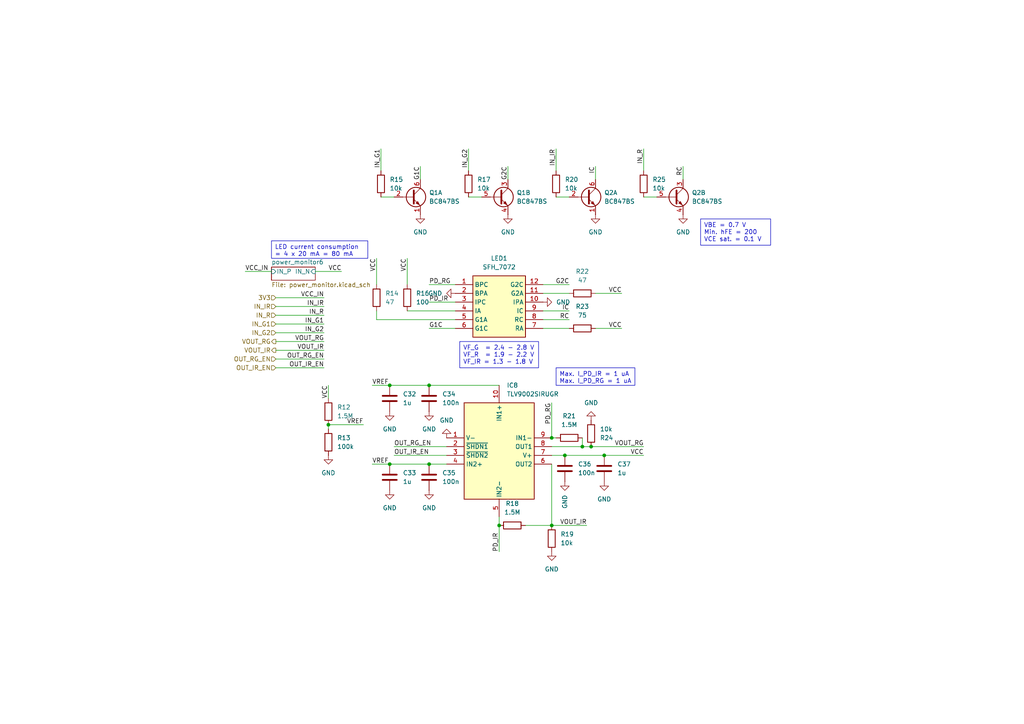
<source format=kicad_sch>
(kicad_sch (version 20231120) (generator "eeschema") (generator_version "8.0")
  (paper "A4")
  (title_block (title "Open Running Watch") (date "2024-05-13") (rev "0.1.1") (company "github.com/fuad1502/open-running-watch-hw"))
  (lib_symbols
    (symbol "Device:C" (pin_numbers hide) (pin_names (offset 0.254))
      (property "Reference" "C" (at 0.635 2.54 0))
      (property "Value" "C" (at 0.635 -2.54 0))
      (symbol "C_0_1"
        (polyline (pts (xy -2.032 -0.762) (xy 2.032 -0.762)) (stroke (width 0.508)))
        (polyline (pts (xy -2.032 0.762) (xy 2.032 0.762)) (stroke (width 0.508)))
      )
      (symbol "C_1_1"
        (pin passive line (at 0 3.81 270) (length 2.794) (name "~") (number "1"))
        (pin passive line (at 0 -3.81 90) (length 2.794) (name "~") (number "2"))
      )
    )
    (symbol "Device:R" (pin_numbers hide) (pin_names (offset 0))
      (property "Reference" "R" (at 2.032 0 90))
      (property "Value" "R" (at 0 0 90))
      (symbol "R_0_1"
        (rectangle (start -1.016 -2.54) (end 1.016 2.54) (stroke (width 0.254)))
      )
      (symbol "R_1_1"
        (pin passive line (at 0 3.81 270) (length 1.27) (name "~") (number "1"))
        (pin passive line (at 0 -3.81 90) (length 1.27) (name "~") (number "2"))
      )
    )
    (symbol "SFH_7072:SFH_7072"
      (property "Reference" "LED" (at 21.59 7.62 0))
      (property "Value" "SFH_7072" (at 21.59 5.08 0))
      (symbol "SFH_7072_1_1"
        (rectangle (start 5.08 2.54) (end 20.32 -15.24) (stroke (width 0.254)) (fill (type background)))
        (pin passive line (at 0 0 0) (length 5.08) (name "BPC") (number "1"))
        (pin passive line (at 25.4 -5.08 180) (length 5.08) (name "IPA") (number "10"))
        (pin passive line (at 25.4 -2.54 180) (length 5.08) (name "G2A") (number "11"))
        (pin passive line (at 25.4 0 180) (length 5.08) (name "G2C") (number "12"))
        (pin passive line (at 0 -2.54 0) (length 5.08) (name "BPA") (number "2"))
        (pin passive line (at 0 -5.08 0) (length 5.08) (name "IPC") (number "3"))
        (pin passive line (at 0 -7.62 0) (length 5.08) (name "IA") (number "4"))
        (pin passive line (at 0 -10.16 0) (length 5.08) (name "G1A") (number "5"))
        (pin passive line (at 0 -12.7 0) (length 5.08) (name "G1C") (number "6"))
        (pin passive line (at 25.4 -12.7 180) (length 5.08) (name "RA") (number "7"))
        (pin passive line (at 25.4 -10.16 180) (length 5.08) (name "RC") (number "8"))
        (pin passive line (at 25.4 -7.62 180) (length 5.08) (name "IC") (number "9"))
      )
    )
    (symbol "TLV9002SIRUGR:TLV9002SIRUGR"
      (property "Reference" "IC" (at 26.67 15.24 0))
      (property "Value" "TLV9002SIRUGR" (at 26.67 12.7 0))
      (symbol "TLV9002SIRUGR_1_1"
        (rectangle (start 5.08 10.16) (end 25.4 -17.78) (stroke (width 0.254)) (fill (type background)))
        (pin passive line (at 0 0 0) (length 5.08) (name "V-") (number "1"))
        (pin passive line (at 15.24 15.24 270) (length 5.08) (name "IN1+") (number "10"))
        (pin passive line (at 0 -2.54 0) (length 5.08) (name "~{SHDN1}") (number "2"))
        (pin passive line (at 0 -5.08 0) (length 5.08) (name "~{SHDN2}") (number "3"))
        (pin passive line (at 0 -7.62 0) (length 5.08) (name "IN2+") (number "4"))
        (pin passive line (at 15.24 -22.86 90) (length 5.08) (name "IN2-") (number "5"))
        (pin passive line (at 30.48 -7.62 180) (length 5.08) (name "OUT2") (number "6"))
        (pin passive line (at 30.48 -5.08 180) (length 5.08) (name "V+") (number "7"))
        (pin passive line (at 30.48 -2.54 180) (length 5.08) (name "OUT1") (number "8"))
        (pin passive line (at 30.48 0 180) (length 5.08) (name "IN1-") (number "9"))
      )
    )
    (symbol "Transistor_BJT:BC847BS" (pin_names (offset 0) hide)
      (property "Reference" "Q" (at 5.08 1.27 0))
      (property "Value" "BC847BS" (at 5.08 -1.27 0))
      (symbol "BC847BS_0_1"
        (polyline (pts (xy 0.635 0) (xy -2.54 0)))
        (polyline (pts (xy 0.635 0.635) (xy 2.54 2.54)))
        (polyline (pts (xy 0.635 -0.635) (xy 2.54 -2.54) (xy 2.54 -2.54)))
        (polyline (pts (xy 0.635 1.905) (xy 0.635 -1.905) (xy 0.635 -1.905)) (stroke (width 0.508)))
        (polyline (pts (xy 1.27 -1.778) (xy 1.778 -1.27) (xy 2.286 -2.286) (xy 1.27 -1.778) (xy 1.27 -1.778)) (fill (type outline)))
        (circle (center 1.27 0) (radius 2.8194) (stroke (width 0.254)))
      )
      (symbol "BC847BS_1_1"
        (pin passive line (at 2.54 -5.08 90) (length 2.54) (name "E1") (number "1"))
        (pin input line (at -5.08 0 0) (length 2.54) (name "B1") (number "2"))
        (pin passive line (at 2.54 5.08 270) (length 2.54) (name "C1") (number "6"))
      )
      (symbol "BC847BS_2_1"
        (pin passive line (at 2.54 5.08 270) (length 2.54) (name "C2") (number "3"))
        (pin passive line (at 2.54 -5.08 90) (length 2.54) (name "E2") (number "4"))
        (pin input line (at -5.08 0 0) (length 2.54) (name "B2") (number "5"))
      )
    )
    (symbol "power:GND" (power) (pin_numbers hide) (pin_names (offset 0) hide)
      (property "Value" "GND" (at 0 -3.81 0))
      (symbol "GND_0_1"
        (polyline (pts (xy 0 0) (xy 0 -1.27) (xy 1.27 -1.27) (xy 0 -2.54) (xy -1.27 -1.27) (xy 0 -1.27)))
      )
      (symbol "GND_1_1"
        (pin power_in line (at 0 0 270) (length 0) (name "~") (number "1"))
      )
    )
  )
  (junction (at 113.03 111.76))
  (junction (at 160.02 127))
  (junction (at 168.91 129.54))
  (junction (at 95.25 123.19))
  (junction (at 175.26 132.08))
  (junction (at 171.45 129.54))
  (junction (at 144.78 152.4))
  (junction (at 160.02 152.4))
  (junction (at 124.46 111.76))
  (junction (at 163.83 132.08))
  (junction (at 124.46 134.62))
  (junction (at 113.03 134.62))
  (wire (pts (xy 80.01 99.06) (xy 93.98 99.06)))
  (wire (pts (xy 80.01 106.68) (xy 93.98 106.68)))
  (wire (pts (xy 171.45 129.54) (xy 186.69 129.54)))
  (wire (pts (xy 109.22 74.93) (xy 109.22 82.55)))
  (wire (pts (xy 157.48 95.25) (xy 165.1 95.25)))
  (wire (pts (xy 80.01 88.9) (xy 93.98 88.9)))
  (wire (pts (xy 71.12 78.74) (xy 78.74 78.74)))
  (wire (pts (xy 152.4 152.4) (xy 160.02 152.4)))
  (wire (pts (xy 168.91 129.54) (xy 168.91 127)))
  (wire (pts (xy 118.11 90.17) (xy 132.08 90.17)))
  (wire (pts (xy 186.69 57.15) (xy 190.5 57.15)))
  (wire (pts (xy 160.02 152.4) (xy 160.02 134.62)))
  (wire (pts (xy 172.72 48.26) (xy 172.72 52.07)))
  (wire (pts (xy 95.25 123.19) (xy 105.41 123.19)))
  (wire (pts (xy 80.01 91.44) (xy 93.98 91.44)))
  (wire (pts (xy 113.03 134.62) (xy 124.46 134.62)))
  (wire (pts (xy 124.46 111.76) (xy 144.78 111.76)))
  (wire (pts (xy 110.49 57.15) (xy 114.3 57.15)))
  (wire (pts (xy 172.72 85.09) (xy 180.34 85.09)))
  (wire (pts (xy 161.29 57.15) (xy 165.1 57.15)))
  (wire (pts (xy 157.48 90.17) (xy 165.1 90.17)))
  (wire (pts (xy 124.46 95.25) (xy 132.08 95.25)))
  (wire (pts (xy 80.01 101.6) (xy 93.98 101.6)))
  (wire (pts (xy 110.49 43.18) (xy 110.49 49.53)))
  (wire (pts (xy 160.02 152.4) (xy 170.18 152.4)))
  (wire (pts (xy 157.48 92.71) (xy 165.1 92.71)))
  (wire (pts (xy 161.29 43.18) (xy 161.29 49.53)))
  (wire (pts (xy 144.78 149.86) (xy 144.78 152.4)))
  (wire (pts (xy 113.03 111.76) (xy 124.46 111.76)))
  (wire (pts (xy 186.69 43.18) (xy 186.69 49.53)))
  (wire (pts (xy 135.89 57.15) (xy 139.7 57.15)))
  (wire (pts (xy 160.02 116.84) (xy 160.02 127)))
  (wire (pts (xy 132.08 87.63) (xy 124.46 87.63)))
  (wire (pts (xy 135.89 43.18) (xy 135.89 49.53)))
  (wire (pts (xy 144.78 152.4) (xy 144.78 160.02)))
  (wire (pts (xy 160.02 129.54) (xy 168.91 129.54)))
  (wire (pts (xy 198.12 48.26) (xy 198.12 52.07)))
  (wire (pts (xy 157.48 85.09) (xy 165.1 85.09)))
  (wire (pts (xy 91.44 78.74) (xy 99.06 78.74)))
  (wire (pts (xy 163.83 132.08) (xy 175.26 132.08)))
  (wire (pts (xy 109.22 90.17) (xy 109.22 92.71)))
  (wire (pts (xy 147.32 48.26) (xy 147.32 52.07)))
  (wire (pts (xy 80.01 96.52) (xy 93.98 96.52)))
  (wire (pts (xy 114.3 129.54) (xy 129.54 129.54)))
  (wire (pts (xy 109.22 92.71) (xy 132.08 92.71)))
  (wire (pts (xy 80.01 86.36) (xy 93.98 86.36)))
  (wire (pts (xy 80.01 93.98) (xy 93.98 93.98)))
  (wire (pts (xy 172.72 95.25) (xy 180.34 95.25)))
  (wire (pts (xy 95.25 123.19) (xy 95.25 124.46)))
  (wire (pts (xy 114.3 132.08) (xy 129.54 132.08)))
  (wire (pts (xy 118.11 74.93) (xy 118.11 82.55)))
  (wire (pts (xy 95.25 111.76) (xy 95.25 115.57)))
  (wire (pts (xy 107.95 134.62) (xy 113.03 134.62)))
  (wire (pts (xy 107.95 111.76) (xy 113.03 111.76)))
  (wire (pts (xy 124.46 134.62) (xy 129.54 134.62)))
  (wire (pts (xy 161.29 127) (xy 160.02 127)))
  (wire (pts (xy 175.26 132.08) (xy 186.69 132.08)))
  (wire (pts (xy 80.01 104.14) (xy 93.98 104.14)))
  (wire (pts (xy 124.46 82.55) (xy 132.08 82.55)))
  (wire (pts (xy 157.48 82.55) (xy 165.1 82.55)))
  (wire (pts (xy 160.02 132.08) (xy 163.83 132.08)))
  (wire (pts (xy 168.91 129.54) (xy 171.45 129.54)))
  (wire (pts (xy 121.92 48.26) (xy 121.92 52.07)))
  (text_box "Max. I_PD_IR = 1 uA\nMax. I_PD_RG = 1 uA" (at 161.29 106.68 0) (size 22.86 5.08) (effects (font (size 1.27 1.27)) (justify left top)))
  (text_box "LED current consumption = 4 x 20 mA = 80 mA" (at 78.74 69.85 0) (size 27.94 5.08) (effects (font (size 1.27 1.27)) (justify left top)))
  (text_box "VF_G  = 2.4 - 2.8 V\nVF_R  = 1.9 - 2.2 V\nVF_IR = 1.3 - 1.8 V" (at 133.35 99.06 0) (size 22.86 7.62) (effects (font (size 1.27 1.27)) (justify left top)))
  (text_box "VBE = 0.7 V\nMin. hFE = 200\nVCE sat. = 0.1 V" (at 203.2 63.5 0) (size 20.32 7.62) (effects (font (size 1.27 1.27)) (justify left top)))
  (label "IN_R" (at 93.98 91.44 180))
  (label "PD_RG" (at 160.02 116.84 270))
  (label "OUT_IR_EN" (at 114.3 132.08 0))
  (label "IN_G2" (at 135.89 43.18 270))
  (label "IN_R" (at 186.69 43.18 270))
  (label "IN_IR" (at 93.98 88.9 180))
  (label "IN_G1" (at 93.98 93.98 180))
  (label "VOUT_IR" (at 93.98 101.6 180))
  (label "VREF" (at 105.41 123.19 180))
  (label "VCC" (at 118.11 74.93 270))
  (label "VCC" (at 109.22 74.93 270))
  (label "OUT_RG_EN" (at 114.3 129.54 0))
  (label "VOUT_IR" (at 170.18 152.4 180))
  (label "G2C" (at 147.32 48.26 270))
  (label "G2C" (at 165.1 82.55 180))
  (label "VCC_IN" (at 93.98 86.36 180))
  (label "G1C" (at 124.46 95.25 0))
  (label "VOUT_RG" (at 93.98 99.06 180))
  (label "IN_IR" (at 161.29 43.18 270))
  (label "VCC" (at 180.34 85.09 180))
  (label "VCC" (at 180.34 95.25 180))
  (label "OUT_RG_EN" (at 93.98 104.14 180))
  (label "PD_IR" (at 124.46 87.63 0))
  (label "G1C" (at 121.92 48.26 270))
  (label "VCC" (at 186.69 132.08 180))
  (label "VCC" (at 95.25 111.76 270))
  (label "IC" (at 165.1 90.17 180))
  (label "VREF" (at 107.95 134.62 0))
  (label "PD_IR" (at 144.78 160.02 90))
  (label "VCC" (at 99.06 78.74 180))
  (label "OUT_IR_EN" (at 93.98 106.68 180))
  (label "IN_G2" (at 93.98 96.52 180))
  (label "IN_G1" (at 110.49 43.18 270))
  (label "VREF" (at 107.95 111.76 0))
  (label "VCC_IN" (at 71.12 78.74 0))
  (label "RC" (at 165.1 92.71 180))
  (label "VOUT_RG" (at 186.69 129.54 180))
  (label "RC" (at 198.12 48.26 270))
  (label "IC" (at 172.72 48.26 270))
  (label "PD_RG" (at 124.46 82.55 0))
  (hierarchical_label "OUT_IR_EN" (shape input) (at 80.01 106.68 180))
  (hierarchical_label "IN_G1" (shape input) (at 80.01 93.98 180))
  (hierarchical_label "3V3" (shape input) (at 80.01 86.36 180))
  (hierarchical_label "IN_R" (shape input) (at 80.01 91.44 180))
  (hierarchical_label "OUT_RG_EN" (shape input) (at 80.01 104.14 180))
  (hierarchical_label "IN_G2" (shape input) (at 80.01 96.52 180))
  (hierarchical_label "VOUT_RG" (shape output) (at 80.01 99.06 180))
  (hierarchical_label "IN_IR" (shape input) (at 80.01 88.9 180))
  (hierarchical_label "VOUT_IR" (shape output) (at 80.01 101.6 180))
  (symbol (lib_id "Device:R") (at 186.69 53.34 180) (unit 1)
    (property "Reference" "R25" (at 189.23 52.0699 0) (effects (justify right)))
    (property "Value" "10k" (at 189.23 54.6099 0) (effects (justify right)))
    (property "Footprint" "Resistor_SMD:R_0402_1005Metric" (effects (hide yes)))
    (property "Description" "Resistor" (effects (hide yes)))
    (property "Manufacturer_Part_Number" "RC0402JR-0710KP" (effects (hide yes)))
  )
  (symbol (lib_id "Device:R") (at 168.91 85.09 270) (unit 1)
    (property "Reference" "R22" (at 168.91 78.74 90))
    (property "Value" "47" (at 168.91 81.28 90))
    (property "Footprint" "Resistor_SMD:R_0402_1005Metric" (effects (hide yes)))
    (property "Description" "Resistor" (effects (hide yes)))
    (property "Manufacturer_Part_Number" "RC0402JR-0747RL" (effects (hide yes)))
  )
  (symbol (lib_id "Device:C") (at 124.46 115.57 0) (unit 1)
    (property "Reference" "C34" (at 128.27 114.2999 0) (effects (justify left)))
    (property "Value" "100n" (at 128.27 116.8399 0) (effects (justify left)))
    (property "Footprint" "Capacitor_SMD:C_0402_1005Metric" (effects (hide yes)))
    (property "Description" "Unpolarized capacitor" (effects (hide yes)))
    (property "Manufacturer_Part_Number" "GRM155R71A104MA01D" (effects (hide yes)))
  )
  (symbol (lib_id "power:GND") (at 160.02 160.02 0) (unit 1)
    (property "Reference" "#PWR070" (effects (hide yes)))
    (property "Value" "GND" (at 160.02 165.1 0))
    (property "Description" "Power symbol creates a global label with name \"GND\" , ground" (effects (hide yes)))
  )
  (symbol (lib_id "power:GND") (at 132.08 85.09 270) (unit 1)
    (property "Reference" "#PWR067" (effects (hide yes)))
    (property "Value" "GND" (at 128.27 85.0899 90) (effects (justify right)))
    (property "Description" "Power symbol creates a global label with name \"GND\" , ground" (effects (hide yes)))
  )
  (symbol (lib_id "power:GND") (at 198.12 62.23 0) (unit 1)
    (property "Reference" "#PWR075" (effects (hide yes)))
    (property "Value" "GND" (at 198.12 67.31 0))
    (property "Description" "Power symbol creates a global label with name \"GND\" , ground" (effects (hide yes)))
  )
  (symbol (lib_id "Device:R") (at 168.91 95.25 270) (unit 1)
    (property "Reference" "R23" (at 168.91 88.9 90))
    (property "Value" "75" (at 168.91 91.44 90))
    (property "Footprint" "Resistor_SMD:R_0402_1005Metric" (effects (hide yes)))
    (property "Description" "Resistor" (effects (hide yes)))
    (property "Manufacturer_Part_Number" "RC0402JR-0775RL" (effects (hide yes)))
  )
  (symbol (lib_id "SFH_7072:SFH_7072") (at 132.08 82.55 0) (unit 1)
    (property "Reference" "LED1" (at 144.78 74.93 0))
    (property "Value" "SFH_7072" (at 144.78 77.47 0))
    (property "Footprint" "SFH_7072:SFH7072" (effects (hide yes)))
    (property "Datasheet" "https://www.osram.com/os/ecat/SFH%207072/com/en/class_pim_web_catalog_103489/global/prd_pim_device_2220016/" (effects (hide yes)))
    (property "Description" "Biometric Sensors BIOFY Sensor" (effects (hide yes)))
    (property "Height" "1" (effects (hide yes)))
    (property "Mouser Part Number" "720-SFH7072" (effects (hide yes)))
    (property "Mouser Price/Stock" "https://www.mouser.co.uk/ProductDetail/OSRAM-Opto-Semiconductors/SFH-7072?qs=z7LT7PaeiGG8Z1lS%2FKUVZA%3D%3D" (effects (hide yes)))
    (property "Manufacturer_Name" "ams OSRAM" (effects (hide yes)))
    (property "Manufacturer_Part_Number" "SFH 7072" (effects (hide yes)))
  )
  (symbol (lib_id "Transistor_BJT:BC847BS") (at 119.38 57.15 0) (unit 1)
    (property "Reference" "Q1" (at 124.46 55.8799 0) (effects (justify left)))
    (property "Value" "BC847BS" (at 124.46 58.4199 0) (effects (justify left)))
    (property "Footprint" "Package_TO_SOT_SMD:SOT-363_SC-70-6" (effects (hide yes)))
    (property "Datasheet" "https://assets.nexperia.com/documents/data-sheet/BC847BS.pdf" (effects (hide yes)))
    (property "Description" "100mA IC, 45V Vce, Dual NPN/NPN Transistors, SOT-363" (effects (hide yes)))
    (property "Manufacturer_Part_Number" "BC847BS,135" (effects (hide yes)))
  )
  (symbol (lib_id "Device:R") (at 160.02 156.21 0) (unit 1)
    (property "Reference" "R19" (at 162.56 154.9399 0) (effects (justify left)))
    (property "Value" "10k" (at 162.56 157.4799 0) (effects (justify left)))
    (property "Footprint" "Resistor_SMD:R_0402_1005Metric" (effects (hide yes)))
    (property "Description" "Resistor" (effects (hide yes)))
    (property "Manufacturer_Part_Number" "RC0402JR-0710KP" (effects (hide yes)))
  )
  (symbol (lib_id "Device:R") (at 118.11 86.36 180) (unit 1)
    (property "Reference" "R16" (at 120.65 85.0899 0) (effects (justify right)))
    (property "Value" "100" (at 120.65 87.6299 0) (effects (justify right)))
    (property "Footprint" "Resistor_SMD:R_0402_1005Metric" (effects (hide yes)))
    (property "Description" "Resistor" (effects (hide yes)))
    (property "Manufacturer_Part_Number" "AC0402FR-13100RL" (effects (hide yes)))
  )
  (symbol (lib_id "Device:C") (at 163.83 135.89 0) (unit 1)
    (property "Reference" "C36" (at 167.64 134.6199 0) (effects (justify left)))
    (property "Value" "100n" (at 167.64 137.1599 0) (effects (justify left)))
    (property "Footprint" "Capacitor_SMD:C_0402_1005Metric" (effects (hide yes)))
    (property "Description" "Unpolarized capacitor" (effects (hide yes)))
    (property "Manufacturer_Part_Number" "GRM155R71A104MA01D" (effects (hide yes)))
  )
  (symbol (lib_id "power:GND") (at 113.03 119.38 0) (unit 1)
    (property "Reference" "#PWR061" (effects (hide yes)))
    (property "Value" "GND" (at 113.03 124.46 0))
    (property "Description" "Power symbol creates a global label with name \"GND\" , ground" (effects (hide yes)))
  )
  (symbol (lib_id "power:GND") (at 171.45 121.92 180) (unit 1)
    (property "Reference" "#PWR072" (effects (hide yes)))
    (property "Value" "GND" (at 171.45 116.84 0))
    (property "Description" "Power symbol creates a global label with name \"GND\" , ground" (effects (hide yes)))
  )
  (symbol (lib_id "Transistor_BJT:BC847BS") (at 170.18 57.15 0) (unit 1)
    (property "Reference" "Q2" (at 175.26 55.8799 0) (effects (justify left)))
    (property "Value" "BC847BS" (at 175.26 58.4199 0) (effects (justify left)))
    (property "Footprint" "Package_TO_SOT_SMD:SOT-363_SC-70-6" (effects (hide yes)))
    (property "Datasheet" "https://assets.nexperia.com/documents/data-sheet/BC847BS.pdf" (effects (hide yes)))
    (property "Description" "100mA IC, 45V Vce, Dual NPN/NPN Transistors, SOT-363" (effects (hide yes)))
    (property "Manufacturer_Part_Number" "BC847BS,135" (effects (hide yes)))
  )
  (symbol (lib_id "Device:R") (at 95.25 119.38 0) (unit 1)
    (property "Reference" "R12" (at 97.79 118.1099 0) (effects (justify left)))
    (property "Value" "1.5M" (at 97.79 120.6499 0) (effects (justify left)))
    (property "Footprint" "Resistor_SMD:R_0402_1005Metric" (effects (hide yes)))
    (property "Description" "Resistor" (effects (hide yes)))
    (property "Manufacturer_Part_Number" "AC0402FR-071M5L" (effects (hide yes)))
  )
  (symbol (lib_id "Device:R") (at 165.1 127 90) (unit 1)
    (property "Reference" "R21" (at 165.1 120.65 90))
    (property "Value" "1.5M" (at 165.1 123.19 90))
    (property "Footprint" "Resistor_SMD:R_0402_1005Metric" (effects (hide yes)))
    (property "Description" "Resistor" (effects (hide yes)))
    (property "Manufacturer_Part_Number" "AC0402FR-071M5L" (effects (hide yes)))
  )
  (symbol (lib_id "Device:R") (at 161.29 53.34 180) (unit 1)
    (property "Reference" "R20" (at 163.83 52.0699 0) (effects (justify right)))
    (property "Value" "10k" (at 163.83 54.6099 0) (effects (justify right)))
    (property "Footprint" "Resistor_SMD:R_0402_1005Metric" (effects (hide yes)))
    (property "Description" "Resistor" (effects (hide yes)))
    (property "Manufacturer_Part_Number" "RC0402JR-0710KP" (effects (hide yes)))
  )
  (symbol (lib_id "power:GND") (at 129.54 127 180) (unit 1)
    (property "Reference" "#PWR066" (effects (hide yes)))
    (property "Value" "GND" (at 129.54 121.92 0))
    (property "Description" "Power symbol creates a global label with name \"GND\" , ground" (effects (hide yes)))
  )
  (symbol (lib_id "Device:C") (at 124.46 138.43 0) (unit 1)
    (property "Reference" "C35" (at 128.27 137.1599 0) (effects (justify left)))
    (property "Value" "100n" (at 128.27 139.6999 0) (effects (justify left)))
    (property "Footprint" "Capacitor_SMD:C_0402_1005Metric" (effects (hide yes)))
    (property "Description" "Unpolarized capacitor" (effects (hide yes)))
    (property "Manufacturer_Part_Number" "GRM155R71A104MA01D" (effects (hide yes)))
  )
  (symbol (lib_id "Device:C") (at 175.26 135.89 0) (unit 1)
    (property "Reference" "C37" (at 179.07 134.6199 0) (effects (justify left)))
    (property "Value" "1u" (at 179.07 137.1599 0) (effects (justify left)))
    (property "Footprint" "Capacitor_SMD:C_0603_1608Metric" (effects (hide yes)))
    (property "Description" "Unpolarized capacitor" (effects (hide yes)))
    (property "Manufacturer_Part_Number" "C0603C105K4RACTU" (effects (hide yes)))
  )
  (symbol (lib_id "Transistor_BJT:BC847BS") (at 144.78 57.15 0) (unit 2)
    (property "Reference" "Q1" (at 149.86 55.8799 0) (effects (justify left)))
    (property "Value" "BC847BS" (at 149.86 58.4199 0) (effects (justify left)))
    (property "Footprint" "Package_TO_SOT_SMD:SOT-363_SC-70-6" (effects (hide yes)))
    (property "Datasheet" "https://assets.nexperia.com/documents/data-sheet/BC847BS.pdf" (effects (hide yes)))
    (property "Description" "100mA IC, 45V Vce, Dual NPN/NPN Transistors, SOT-363" (effects (hide yes)))
    (property "Manufacturer_Part_Number" "BC847BS,135" (effects (hide yes)))
  )
  (symbol (lib_id "power:GND") (at 147.32 62.23 0) (unit 1)
    (property "Reference" "#PWR069" (effects (hide yes)))
    (property "Value" "GND" (at 147.32 67.31 0))
    (property "Description" "Power symbol creates a global label with name \"GND\" , ground" (effects (hide yes)))
  )
  (symbol (lib_id "Device:R") (at 171.45 125.73 0) (mirror x) (unit 1)
    (property "Reference" "R24" (at 173.99 127.0001 0) (effects (justify left)))
    (property "Value" "10k" (at 173.99 124.4601 0) (effects (justify left)))
    (property "Footprint" "Resistor_SMD:R_0402_1005Metric" (effects (hide yes)))
    (property "Description" "Resistor" (effects (hide yes)))
    (property "Manufacturer_Part_Number" "RC0402JR-0710KP" (effects (hide yes)))
  )
  (symbol (lib_id "Transistor_BJT:BC847BS") (at 195.58 57.15 0) (unit 2)
    (property "Reference" "Q2" (at 200.66 55.8799 0) (effects (justify left)))
    (property "Value" "BC847BS" (at 200.66 58.4199 0) (effects (justify left)))
    (property "Footprint" "Package_TO_SOT_SMD:SOT-363_SC-70-6" (effects (hide yes)))
    (property "Datasheet" "https://assets.nexperia.com/documents/data-sheet/BC847BS.pdf" (effects (hide yes)))
    (property "Description" "100mA IC, 45V Vce, Dual NPN/NPN Transistors, SOT-363" (effects (hide yes)))
    (property "Manufacturer_Part_Number" "BC847BS,135" (effects (hide yes)))
  )
  (symbol (lib_id "Device:R") (at 148.59 152.4 90) (unit 1)
    (property "Reference" "R18" (at 148.59 146.05 90))
    (property "Value" "1.5M" (at 148.59 148.59 90))
    (property "Footprint" "Resistor_SMD:R_0402_1005Metric" (effects (hide yes)))
    (property "Description" "Resistor" (effects (hide yes)))
    (property "Manufacturer_Part_Number" "AC0402FR-071M5L" (effects (hide yes)))
  )
  (symbol (lib_id "Device:C") (at 113.03 138.43 0) (unit 1)
    (property "Reference" "C33" (at 116.84 137.1599 0) (effects (justify left)))
    (property "Value" "1u" (at 116.84 139.6999 0) (effects (justify left)))
    (property "Footprint" "Capacitor_SMD:C_0603_1608Metric" (effects (hide yes)))
    (property "Description" "Unpolarized capacitor" (effects (hide yes)))
    (property "Manufacturer_Part_Number" "C0603C105K4RACTU" (effects (hide yes)))
  )
  (symbol (lib_id "power:GND") (at 175.26 139.7 0) (unit 1)
    (property "Reference" "#PWR074" (effects (hide yes)))
    (property "Value" "GND" (at 175.26 144.78 0))
    (property "Description" "Power symbol creates a global label with name \"GND\" , ground" (effects (hide yes)))
  )
  (symbol (lib_id "power:GND") (at 124.46 119.38 0) (unit 1)
    (property "Reference" "#PWR064" (effects (hide yes)))
    (property "Value" "GND" (at 124.46 124.46 0))
    (property "Description" "Power symbol creates a global label with name \"GND\" , ground" (effects (hide yes)))
  )
  (symbol (lib_id "Device:R") (at 110.49 53.34 180) (unit 1)
    (property "Reference" "R15" (at 113.03 52.0699 0) (effects (justify right)))
    (property "Value" "10k" (at 113.03 54.6099 0) (effects (justify right)))
    (property "Footprint" "Resistor_SMD:R_0402_1005Metric" (effects (hide yes)))
    (property "Description" "Resistor" (effects (hide yes)))
    (property "Manufacturer_Part_Number" "RC0402JR-0710KP" (effects (hide yes)))
  )
  (symbol (lib_id "power:GND") (at 163.83 139.7 0) (unit 1)
    (property "Reference" "#PWR071" (effects (hide yes)))
    (property "Value" "GND" (at 163.8299 143.51 90) (effects (justify right)))
    (property "Description" "Power symbol creates a global label with name \"GND\" , ground" (effects (hide yes)))
  )
  (symbol (lib_id "Device:R") (at 95.25 128.27 0) (unit 1)
    (property "Reference" "R13" (at 97.79 126.9999 0) (effects (justify left)))
    (property "Value" "100k" (at 97.79 129.5399 0) (effects (justify left)))
    (property "Footprint" "Resistor_SMD:R_0402_1005Metric" (effects (hide yes)))
    (property "Description" "Resistor" (effects (hide yes)))
    (property "Manufacturer_Part_Number" "RC0402JR-7D100KL" (effects (hide yes)))
  )
  (symbol (lib_id "power:GND") (at 95.25 132.08 0) (unit 1)
    (property "Reference" "#PWR060" (effects (hide yes)))
    (property "Value" "GND" (at 95.25 137.16 0))
    (property "Description" "Power symbol creates a global label with name \"GND\" , ground" (effects (hide yes)))
  )
  (symbol (lib_id "power:GND") (at 113.03 142.24 0) (unit 1)
    (property "Reference" "#PWR062" (effects (hide yes)))
    (property "Value" "GND" (at 113.03 147.32 0))
    (property "Description" "Power symbol creates a global label with name \"GND\" , ground" (effects (hide yes)))
  )
  (symbol (lib_id "Device:C") (at 113.03 115.57 0) (unit 1)
    (property "Reference" "C32" (at 116.84 114.2999 0) (effects (justify left)))
    (property "Value" "1u" (at 116.84 116.8399 0) (effects (justify left)))
    (property "Footprint" "Capacitor_SMD:C_0603_1608Metric" (effects (hide yes)))
    (property "Description" "Unpolarized capacitor" (effects (hide yes)))
    (property "Manufacturer_Part_Number" "C0603C105K4RACTU" (effects (hide yes)))
  )
  (symbol (lib_id "power:GND") (at 121.92 62.23 0) (unit 1)
    (property "Reference" "#PWR063" (effects (hide yes)))
    (property "Value" "GND" (at 121.92 67.31 0))
    (property "Description" "Power symbol creates a global label with name \"GND\" , ground" (effects (hide yes)))
  )
  (symbol (lib_id "power:GND") (at 157.48 87.63 90) (unit 1)
    (property "Reference" "#PWR068" (effects (hide yes)))
    (property "Value" "GND" (at 161.29 87.6299 90) (effects (justify right)))
    (property "Description" "Power symbol creates a global label with name \"GND\" , ground" (effects (hide yes)))
  )
  (symbol (lib_id "TLV9002SIRUGR:TLV9002SIRUGR") (at 129.54 127 0) (unit 1)
    (property "Reference" "IC8" (at 146.9741 111.76 0) (effects (justify left)))
    (property "Value" "TLV9002SIRUGR" (at 146.9741 114.3 0) (effects (justify left)))
    (property "Footprint" "TLV9002SIRUGR:QFN50P150X200X40-10N" (effects (hide yes)))
    (property "Datasheet" "http://www.ti.com/lit/gpn/TLV9002" (effects (hide yes)))
    (property "Description" "2-Channel, 1MHz, RRIO, 1.8V to 5.5V Operational Amplifier for Cost-Optimized Systems" (effects (hide yes)))
    (property "Height" "0.4" (effects (hide yes)))
    (property "Mouser Part Number" "595-TLV9002SIRUGR" (effects (hide yes)))
    (property "Mouser Price/Stock" "https://www.mouser.co.uk/ProductDetail/Texas-Instruments/TLV9002SIRUGR?qs=2WXlatMagcFgZnU86g5SIg%3D%3D" (effects (hide yes)))
    (property "Manufacturer_Name" "Texas Instruments" (effects (hide yes)))
    (property "Manufacturer_Part_Number" "TLV9002SIRUGR" (effects (hide yes)))
  )
  (symbol (lib_id "power:GND") (at 124.46 142.24 0) (unit 1)
    (property "Reference" "#PWR065" (effects (hide yes)))
    (property "Value" "GND" (at 124.46 147.32 0))
    (property "Description" "Power symbol creates a global label with name \"GND\" , ground" (effects (hide yes)))
  )
  (symbol (lib_id "Device:R") (at 109.22 86.36 180) (unit 1)
    (property "Reference" "R14" (at 111.76 85.0899 0) (effects (justify right)))
    (property "Value" "47" (at 111.76 87.6299 0) (effects (justify right)))
    (property "Footprint" "Resistor_SMD:R_0402_1005Metric" (effects (hide yes)))
    (property "Description" "Resistor" (effects (hide yes)))
    (property "Manufacturer_Part_Number" "RC0402JR-0747RL" (effects (hide yes)))
  )
  (symbol (lib_id "power:GND") (at 172.72 62.23 0) (unit 1)
    (property "Reference" "#PWR073" (effects (hide yes)))
    (property "Value" "GND" (at 172.72 67.31 0))
    (property "Description" "Power symbol creates a global label with name \"GND\" , ground" (effects (hide yes)))
  )
  (symbol (lib_id "Device:R") (at 135.89 53.34 180) (unit 1)
    (property "Reference" "R17" (at 138.43 52.0699 0) (effects (justify right)))
    (property "Value" "10k" (at 138.43 54.6099 0) (effects (justify right)))
    (property "Footprint" "Resistor_SMD:R_0402_1005Metric" (effects (hide yes)))
    (property "Description" "Resistor" (effects (hide yes)))
    (property "Manufacturer_Part_Number" "RC0402JR-0710KP" (effects (hide yes)))
  )
  (sheet (at 78.74 77.47) (size 12.7 3.81) (stroke (width 0.1524))
    (property "Sheetname" "power_monitor6" (at 78.74 76.7584 0) (effects (justify left bottom)))
    (property "Sheetfile" "power_monitor.kicad_sch" (at 78.74 81.8646 0) (effects (justify left top)))
    (pin "IN_P" input (at 78.74 78.74 180))
    (pin "IN_N" input (at 91.44 78.74 0))
  )
)
</source>
